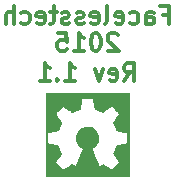
<source format=gbo>
G04 #@! TF.FileFunction,Legend,Bot*
%FSLAX46Y46*%
G04 Gerber Fmt 4.6, Leading zero omitted, Abs format (unit mm)*
G04 Created by KiCad (PCBNEW 4.0.0-2.201511301921+6191~38~ubuntu15.10.1-stable) date Tue 01 Dec 2015 16:42:38 GMT*
%MOMM*%
G01*
G04 APERTURE LIST*
%ADD10C,0.100000*%
%ADD11C,0.300000*%
%ADD12C,0.002540*%
G04 APERTURE END LIST*
D10*
D11*
X251900142Y-109898571D02*
X252400142Y-109184286D01*
X252757285Y-109898571D02*
X252757285Y-108398571D01*
X252185857Y-108398571D01*
X252042999Y-108470000D01*
X251971571Y-108541429D01*
X251900142Y-108684286D01*
X251900142Y-108898571D01*
X251971571Y-109041429D01*
X252042999Y-109112857D01*
X252185857Y-109184286D01*
X252757285Y-109184286D01*
X250685857Y-109827143D02*
X250828714Y-109898571D01*
X251114428Y-109898571D01*
X251257285Y-109827143D01*
X251328714Y-109684286D01*
X251328714Y-109112857D01*
X251257285Y-108970000D01*
X251114428Y-108898571D01*
X250828714Y-108898571D01*
X250685857Y-108970000D01*
X250614428Y-109112857D01*
X250614428Y-109255714D01*
X251328714Y-109398571D01*
X250114428Y-108898571D02*
X249757285Y-109898571D01*
X249400143Y-108898571D01*
X246900143Y-109898571D02*
X247757286Y-109898571D01*
X247328714Y-109898571D02*
X247328714Y-108398571D01*
X247471571Y-108612857D01*
X247614429Y-108755714D01*
X247757286Y-108827143D01*
X246257286Y-109755714D02*
X246185858Y-109827143D01*
X246257286Y-109898571D01*
X246328715Y-109827143D01*
X246257286Y-109755714D01*
X246257286Y-109898571D01*
X244757286Y-109898571D02*
X245614429Y-109898571D01*
X245185857Y-109898571D02*
X245185857Y-108398571D01*
X245328714Y-108612857D01*
X245471572Y-108755714D01*
X245614429Y-108827143D01*
X251364428Y-106001429D02*
X251292999Y-105930000D01*
X251150142Y-105858571D01*
X250792999Y-105858571D01*
X250650142Y-105930000D01*
X250578713Y-106001429D01*
X250507285Y-106144286D01*
X250507285Y-106287143D01*
X250578713Y-106501429D01*
X251435856Y-107358571D01*
X250507285Y-107358571D01*
X249578714Y-105858571D02*
X249435857Y-105858571D01*
X249293000Y-105930000D01*
X249221571Y-106001429D01*
X249150142Y-106144286D01*
X249078714Y-106430000D01*
X249078714Y-106787143D01*
X249150142Y-107072857D01*
X249221571Y-107215714D01*
X249293000Y-107287143D01*
X249435857Y-107358571D01*
X249578714Y-107358571D01*
X249721571Y-107287143D01*
X249793000Y-107215714D01*
X249864428Y-107072857D01*
X249935857Y-106787143D01*
X249935857Y-106430000D01*
X249864428Y-106144286D01*
X249793000Y-106001429D01*
X249721571Y-105930000D01*
X249578714Y-105858571D01*
X247650143Y-107358571D02*
X248507286Y-107358571D01*
X248078714Y-107358571D02*
X248078714Y-105858571D01*
X248221571Y-106072857D01*
X248364429Y-106215714D01*
X248507286Y-106287143D01*
X246293000Y-105858571D02*
X247007286Y-105858571D01*
X247078715Y-106572857D01*
X247007286Y-106501429D01*
X246864429Y-106430000D01*
X246507286Y-106430000D01*
X246364429Y-106501429D01*
X246293000Y-106572857D01*
X246221572Y-106715714D01*
X246221572Y-107072857D01*
X246293000Y-107215714D01*
X246364429Y-107287143D01*
X246507286Y-107358571D01*
X246864429Y-107358571D01*
X247007286Y-107287143D01*
X247078715Y-107215714D01*
X255185856Y-104286857D02*
X255685856Y-104286857D01*
X255685856Y-105072571D02*
X255685856Y-103572571D01*
X254971570Y-103572571D01*
X253757285Y-105072571D02*
X253757285Y-104286857D01*
X253828714Y-104144000D01*
X253971571Y-104072571D01*
X254257285Y-104072571D01*
X254400142Y-104144000D01*
X253757285Y-105001143D02*
X253900142Y-105072571D01*
X254257285Y-105072571D01*
X254400142Y-105001143D01*
X254471571Y-104858286D01*
X254471571Y-104715429D01*
X254400142Y-104572571D01*
X254257285Y-104501143D01*
X253900142Y-104501143D01*
X253757285Y-104429714D01*
X252400142Y-105001143D02*
X252542999Y-105072571D01*
X252828713Y-105072571D01*
X252971571Y-105001143D01*
X253042999Y-104929714D01*
X253114428Y-104786857D01*
X253114428Y-104358286D01*
X253042999Y-104215429D01*
X252971571Y-104144000D01*
X252828713Y-104072571D01*
X252542999Y-104072571D01*
X252400142Y-104144000D01*
X251185857Y-105001143D02*
X251328714Y-105072571D01*
X251614428Y-105072571D01*
X251757285Y-105001143D01*
X251828714Y-104858286D01*
X251828714Y-104286857D01*
X251757285Y-104144000D01*
X251614428Y-104072571D01*
X251328714Y-104072571D01*
X251185857Y-104144000D01*
X251114428Y-104286857D01*
X251114428Y-104429714D01*
X251828714Y-104572571D01*
X250257285Y-105072571D02*
X250400143Y-105001143D01*
X250471571Y-104858286D01*
X250471571Y-103572571D01*
X249114429Y-105001143D02*
X249257286Y-105072571D01*
X249543000Y-105072571D01*
X249685857Y-105001143D01*
X249757286Y-104858286D01*
X249757286Y-104286857D01*
X249685857Y-104144000D01*
X249543000Y-104072571D01*
X249257286Y-104072571D01*
X249114429Y-104144000D01*
X249043000Y-104286857D01*
X249043000Y-104429714D01*
X249757286Y-104572571D01*
X248471572Y-105001143D02*
X248328715Y-105072571D01*
X248043000Y-105072571D01*
X247900143Y-105001143D01*
X247828715Y-104858286D01*
X247828715Y-104786857D01*
X247900143Y-104644000D01*
X248043000Y-104572571D01*
X248257286Y-104572571D01*
X248400143Y-104501143D01*
X248471572Y-104358286D01*
X248471572Y-104286857D01*
X248400143Y-104144000D01*
X248257286Y-104072571D01*
X248043000Y-104072571D01*
X247900143Y-104144000D01*
X247257286Y-105001143D02*
X247114429Y-105072571D01*
X246828714Y-105072571D01*
X246685857Y-105001143D01*
X246614429Y-104858286D01*
X246614429Y-104786857D01*
X246685857Y-104644000D01*
X246828714Y-104572571D01*
X247043000Y-104572571D01*
X247185857Y-104501143D01*
X247257286Y-104358286D01*
X247257286Y-104286857D01*
X247185857Y-104144000D01*
X247043000Y-104072571D01*
X246828714Y-104072571D01*
X246685857Y-104144000D01*
X246185857Y-104072571D02*
X245614428Y-104072571D01*
X245971571Y-103572571D02*
X245971571Y-104858286D01*
X245900143Y-105001143D01*
X245757285Y-105072571D01*
X245614428Y-105072571D01*
X244543000Y-105001143D02*
X244685857Y-105072571D01*
X244971571Y-105072571D01*
X245114428Y-105001143D01*
X245185857Y-104858286D01*
X245185857Y-104286857D01*
X245114428Y-104144000D01*
X244971571Y-104072571D01*
X244685857Y-104072571D01*
X244543000Y-104144000D01*
X244471571Y-104286857D01*
X244471571Y-104429714D01*
X245185857Y-104572571D01*
X243185857Y-105001143D02*
X243328714Y-105072571D01*
X243614428Y-105072571D01*
X243757286Y-105001143D01*
X243828714Y-104929714D01*
X243900143Y-104786857D01*
X243900143Y-104358286D01*
X243828714Y-104215429D01*
X243757286Y-104144000D01*
X243614428Y-104072571D01*
X243328714Y-104072571D01*
X243185857Y-104144000D01*
X242543000Y-105072571D02*
X242543000Y-103572571D01*
X241900143Y-105072571D02*
X241900143Y-104286857D01*
X241971572Y-104144000D01*
X242114429Y-104072571D01*
X242328714Y-104072571D01*
X242471572Y-104144000D01*
X242543000Y-104215429D01*
D12*
G36*
X245292880Y-117927120D02*
X245402100Y-117927120D01*
X245402100Y-114858800D01*
X245402100Y-114721640D01*
X245402100Y-114576860D01*
X245402100Y-114465100D01*
X245404640Y-114381280D01*
X245407180Y-114322860D01*
X245412260Y-114284760D01*
X245417340Y-114261900D01*
X245424960Y-114254280D01*
X245450360Y-114249200D01*
X245503700Y-114236500D01*
X245582440Y-114221260D01*
X245681500Y-114200940D01*
X245793260Y-114180620D01*
X245866920Y-114167920D01*
X245983760Y-114145060D01*
X246090440Y-114124740D01*
X246179340Y-114106960D01*
X246245380Y-114091720D01*
X246283480Y-114084100D01*
X246293640Y-114079020D01*
X246303800Y-114058700D01*
X246326660Y-114010440D01*
X246357140Y-113941860D01*
X246392700Y-113860580D01*
X246430800Y-113771680D01*
X246468900Y-113680240D01*
X246504460Y-113593880D01*
X246534940Y-113520220D01*
X246555260Y-113464340D01*
X246567960Y-113431320D01*
X246567960Y-113428780D01*
X246557800Y-113403380D01*
X246532400Y-113355120D01*
X246491760Y-113294160D01*
X246453660Y-113235740D01*
X246341900Y-113078260D01*
X246253000Y-112946180D01*
X246184420Y-112842040D01*
X246133620Y-112763300D01*
X246100600Y-112707420D01*
X246085360Y-112674400D01*
X246082820Y-112669320D01*
X246095520Y-112649000D01*
X246128540Y-112608360D01*
X246179340Y-112552480D01*
X246245380Y-112483900D01*
X246316500Y-112407700D01*
X246395240Y-112328960D01*
X246473980Y-112250220D01*
X246547640Y-112176560D01*
X246613680Y-112113060D01*
X246667020Y-112062260D01*
X246705120Y-112031780D01*
X246720360Y-112021620D01*
X246740680Y-112031780D01*
X246786400Y-112059720D01*
X246852440Y-112100360D01*
X246933720Y-112156240D01*
X247030240Y-112219740D01*
X247106440Y-112273080D01*
X247210580Y-112341660D01*
X247302020Y-112405160D01*
X247380760Y-112455960D01*
X247441720Y-112494060D01*
X247482360Y-112516920D01*
X247495060Y-112524540D01*
X247520460Y-112516920D01*
X247573800Y-112499140D01*
X247644920Y-112471200D01*
X247728740Y-112435640D01*
X247820180Y-112400080D01*
X247909080Y-112359440D01*
X247990360Y-112323880D01*
X248058940Y-112290860D01*
X248107200Y-112268000D01*
X248130060Y-112252760D01*
X248130060Y-112252760D01*
X248137680Y-112227360D01*
X248150380Y-112174020D01*
X248165620Y-112095280D01*
X248185940Y-111996220D01*
X248206260Y-111884460D01*
X248218960Y-111823500D01*
X248239280Y-111706660D01*
X248262140Y-111597440D01*
X248279920Y-111506000D01*
X248295160Y-111434880D01*
X248305320Y-111389160D01*
X248307860Y-111379000D01*
X248315480Y-111366300D01*
X248323100Y-111358680D01*
X248340880Y-111351060D01*
X248368820Y-111345980D01*
X248412000Y-111343440D01*
X248475500Y-111340900D01*
X248564400Y-111340900D01*
X248681240Y-111338360D01*
X248772680Y-111338360D01*
X248902220Y-111340900D01*
X249016520Y-111340900D01*
X249110500Y-111345980D01*
X249181620Y-111348520D01*
X249222260Y-111353600D01*
X249232420Y-111356140D01*
X249237500Y-111376460D01*
X249250200Y-111429800D01*
X249265440Y-111506000D01*
X249285760Y-111605060D01*
X249306080Y-111716820D01*
X249323860Y-111810800D01*
X249346720Y-111930180D01*
X249369580Y-112041940D01*
X249389900Y-112135920D01*
X249407680Y-112207040D01*
X249420380Y-112252760D01*
X249428000Y-112265460D01*
X249453400Y-112283240D01*
X249504200Y-112306100D01*
X249575320Y-112336580D01*
X249659140Y-112372140D01*
X249750580Y-112407700D01*
X249839480Y-112443260D01*
X249923300Y-112476280D01*
X249994420Y-112499140D01*
X250045220Y-112514380D01*
X250068080Y-112519460D01*
X250088400Y-112506760D01*
X250136660Y-112476280D01*
X250202700Y-112433100D01*
X250286520Y-112377220D01*
X250383040Y-112313720D01*
X250449080Y-112265460D01*
X250550680Y-112196880D01*
X250639580Y-112135920D01*
X250718320Y-112085120D01*
X250779280Y-112047020D01*
X250814840Y-112026700D01*
X250825000Y-112021620D01*
X250845320Y-112034320D01*
X250885960Y-112067340D01*
X250941840Y-112120680D01*
X251012960Y-112189260D01*
X251096780Y-112270540D01*
X251160280Y-112334040D01*
X251264420Y-112438180D01*
X251345700Y-112522000D01*
X251404120Y-112585500D01*
X251439680Y-112631220D01*
X251460000Y-112661700D01*
X251462540Y-112679480D01*
X251449840Y-112702340D01*
X251421900Y-112750600D01*
X251376180Y-112821720D01*
X251320300Y-112905540D01*
X251256800Y-112999520D01*
X251218700Y-113055400D01*
X251152660Y-113154460D01*
X251091700Y-113245900D01*
X251040900Y-113324640D01*
X251005340Y-113383060D01*
X250985020Y-113421160D01*
X250982480Y-113431320D01*
X250990100Y-113456720D01*
X251007880Y-113507520D01*
X251035820Y-113578640D01*
X251071380Y-113662460D01*
X251106940Y-113753900D01*
X251145040Y-113845340D01*
X251183140Y-113926620D01*
X251213620Y-113997740D01*
X251239020Y-114048540D01*
X251251720Y-114073940D01*
X251251720Y-114073940D01*
X251274580Y-114081560D01*
X251325380Y-114094260D01*
X251401580Y-114112040D01*
X251498100Y-114132360D01*
X251609860Y-114152680D01*
X251683520Y-114167920D01*
X251802900Y-114190780D01*
X251909580Y-114211100D01*
X252001020Y-114228880D01*
X252072140Y-114241580D01*
X252115320Y-114251740D01*
X252125480Y-114254280D01*
X252133100Y-114274600D01*
X252140720Y-114325400D01*
X252143260Y-114399060D01*
X252148340Y-114490500D01*
X252150880Y-114597180D01*
X252150880Y-114706400D01*
X252150880Y-114818160D01*
X252150880Y-114924840D01*
X252145800Y-115018820D01*
X252140720Y-115097560D01*
X252135640Y-115150900D01*
X252128020Y-115176300D01*
X252128020Y-115176300D01*
X252102620Y-115183920D01*
X252049280Y-115196620D01*
X251973080Y-115214400D01*
X251874020Y-115234720D01*
X251762260Y-115255040D01*
X251701300Y-115267740D01*
X251587000Y-115288060D01*
X251480320Y-115310920D01*
X251391420Y-115331240D01*
X251325380Y-115346480D01*
X251284740Y-115359180D01*
X251277120Y-115364260D01*
X251264420Y-115387120D01*
X251241560Y-115437920D01*
X251211080Y-115509040D01*
X251172980Y-115592860D01*
X251137420Y-115686840D01*
X251099320Y-115780820D01*
X251063760Y-115869720D01*
X251033280Y-115945920D01*
X251012960Y-116006880D01*
X251002800Y-116042440D01*
X251000260Y-116047520D01*
X251010420Y-116067840D01*
X251038360Y-116113560D01*
X251081540Y-116179600D01*
X251134880Y-116260880D01*
X251198380Y-116354860D01*
X251233940Y-116405660D01*
X251302520Y-116504720D01*
X251360940Y-116593620D01*
X251409200Y-116672360D01*
X251444760Y-116730780D01*
X251465080Y-116766340D01*
X251467620Y-116776500D01*
X251454920Y-116794280D01*
X251421900Y-116834920D01*
X251371100Y-116890800D01*
X251307600Y-116959380D01*
X251233940Y-117035580D01*
X251157740Y-117114320D01*
X251079000Y-117193060D01*
X251005340Y-117266720D01*
X250939300Y-117330220D01*
X250885960Y-117381020D01*
X250850400Y-117414040D01*
X250832620Y-117424200D01*
X250814840Y-117414040D01*
X250771660Y-117388640D01*
X250708160Y-117345460D01*
X250626880Y-117292120D01*
X250535440Y-117228620D01*
X250479560Y-117190520D01*
X250380500Y-117124480D01*
X250291600Y-117066060D01*
X250215400Y-117015260D01*
X250156980Y-116979700D01*
X250121420Y-116959380D01*
X250113800Y-116956840D01*
X250088400Y-116964460D01*
X250040140Y-116987320D01*
X249976640Y-117017800D01*
X249933460Y-117040660D01*
X249857260Y-117078760D01*
X249806460Y-117101620D01*
X249768360Y-117101620D01*
X249740420Y-117078760D01*
X249715020Y-117030500D01*
X249682000Y-116949220D01*
X249676920Y-116939060D01*
X249656600Y-116890800D01*
X249626120Y-116812060D01*
X249585480Y-116713000D01*
X249537220Y-116593620D01*
X249481340Y-116464080D01*
X249425460Y-116324380D01*
X249387360Y-116235480D01*
X249331480Y-116100860D01*
X249280680Y-115973860D01*
X249237500Y-115864640D01*
X249199400Y-115770660D01*
X249171460Y-115699540D01*
X249156220Y-115653820D01*
X249151140Y-115641120D01*
X249166380Y-115618260D01*
X249201940Y-115582700D01*
X249255280Y-115539520D01*
X249278140Y-115521740D01*
X249428000Y-115397280D01*
X249542300Y-115265200D01*
X249626120Y-115125500D01*
X249679460Y-114973100D01*
X249704860Y-114802920D01*
X249707400Y-114711480D01*
X249692160Y-114528600D01*
X249643900Y-114360960D01*
X249560080Y-114206020D01*
X249445780Y-114066320D01*
X249402600Y-114025680D01*
X249257820Y-113919000D01*
X249100340Y-113842800D01*
X248935240Y-113797080D01*
X248767600Y-113784380D01*
X248597420Y-113799620D01*
X248434860Y-113847880D01*
X248279920Y-113924080D01*
X248140220Y-114033300D01*
X248091960Y-114079020D01*
X247977660Y-114223800D01*
X247898920Y-114376200D01*
X247850660Y-114541300D01*
X247835420Y-114721640D01*
X247835420Y-114724180D01*
X247853200Y-114904520D01*
X247901460Y-115074700D01*
X247982740Y-115229640D01*
X248099580Y-115371880D01*
X248246900Y-115503960D01*
X248287540Y-115534440D01*
X248340880Y-115575080D01*
X248378980Y-115610640D01*
X248396760Y-115636040D01*
X248399300Y-115638580D01*
X248391680Y-115663980D01*
X248373900Y-115714780D01*
X248345960Y-115783360D01*
X248312940Y-115864640D01*
X248310400Y-115874800D01*
X248279920Y-115948460D01*
X248236740Y-116047520D01*
X248188480Y-116166900D01*
X248132600Y-116298980D01*
X248074180Y-116438680D01*
X248018300Y-116578380D01*
X248013220Y-116588540D01*
X247959880Y-116715540D01*
X247911620Y-116829840D01*
X247868440Y-116931440D01*
X247832880Y-117012720D01*
X247807480Y-117071140D01*
X247792240Y-117104160D01*
X247789700Y-117106700D01*
X247766840Y-117106700D01*
X247721120Y-117088920D01*
X247655080Y-117060980D01*
X247614440Y-117040660D01*
X247543320Y-117005100D01*
X247484900Y-116977160D01*
X247444260Y-116959380D01*
X247431560Y-116956840D01*
X247411240Y-116967000D01*
X247365520Y-116994940D01*
X247299480Y-117035580D01*
X247218200Y-117088920D01*
X247126760Y-117152420D01*
X247098820Y-117170200D01*
X247004840Y-117236240D01*
X246915940Y-117294660D01*
X246842280Y-117345460D01*
X246786400Y-117381020D01*
X246753380Y-117403880D01*
X246748300Y-117406420D01*
X246733060Y-117411500D01*
X246717820Y-117408960D01*
X246697500Y-117398800D01*
X246667020Y-117378480D01*
X246626380Y-117340380D01*
X246567960Y-117287040D01*
X246494300Y-117213380D01*
X246395240Y-117116860D01*
X246395240Y-117116860D01*
X246303800Y-117022880D01*
X246222520Y-116939060D01*
X246159020Y-116870480D01*
X246110760Y-116814600D01*
X246087900Y-116781580D01*
X246082820Y-116773960D01*
X246092980Y-116748560D01*
X246120920Y-116700300D01*
X246161560Y-116631720D01*
X246217440Y-116547900D01*
X246280940Y-116453920D01*
X246316500Y-116400580D01*
X246382540Y-116304060D01*
X246440960Y-116215160D01*
X246491760Y-116141500D01*
X246527320Y-116085620D01*
X246547640Y-116052600D01*
X246550180Y-116047520D01*
X246542560Y-116024660D01*
X246524780Y-115973860D01*
X246496840Y-115905280D01*
X246466360Y-115821460D01*
X246428260Y-115730020D01*
X246390160Y-115638580D01*
X246354600Y-115549680D01*
X246321580Y-115470940D01*
X246296180Y-115412520D01*
X246278400Y-115376960D01*
X246275860Y-115371880D01*
X246260620Y-115359180D01*
X246227600Y-115349020D01*
X246176800Y-115333780D01*
X246103140Y-115316000D01*
X246006620Y-115295680D01*
X245879620Y-115272820D01*
X245722140Y-115242340D01*
X245625620Y-115224560D01*
X245549420Y-115211860D01*
X245485920Y-115199160D01*
X245442740Y-115189000D01*
X245432580Y-115186460D01*
X245422420Y-115181380D01*
X245414800Y-115171220D01*
X245409720Y-115145820D01*
X245407180Y-115107720D01*
X245404640Y-115049300D01*
X245402100Y-114968020D01*
X245402100Y-114858800D01*
X245402100Y-117927120D01*
X248793000Y-117927120D01*
X252293120Y-117927120D01*
X252293120Y-114427000D01*
X252293120Y-110926880D01*
X248793000Y-110926880D01*
X245292880Y-110926880D01*
X245292880Y-114427000D01*
X245292880Y-117927120D01*
X245292880Y-117927120D01*
X245292880Y-117927120D01*
G37*
X245292880Y-117927120D02*
X245402100Y-117927120D01*
X245402100Y-114858800D01*
X245402100Y-114721640D01*
X245402100Y-114576860D01*
X245402100Y-114465100D01*
X245404640Y-114381280D01*
X245407180Y-114322860D01*
X245412260Y-114284760D01*
X245417340Y-114261900D01*
X245424960Y-114254280D01*
X245450360Y-114249200D01*
X245503700Y-114236500D01*
X245582440Y-114221260D01*
X245681500Y-114200940D01*
X245793260Y-114180620D01*
X245866920Y-114167920D01*
X245983760Y-114145060D01*
X246090440Y-114124740D01*
X246179340Y-114106960D01*
X246245380Y-114091720D01*
X246283480Y-114084100D01*
X246293640Y-114079020D01*
X246303800Y-114058700D01*
X246326660Y-114010440D01*
X246357140Y-113941860D01*
X246392700Y-113860580D01*
X246430800Y-113771680D01*
X246468900Y-113680240D01*
X246504460Y-113593880D01*
X246534940Y-113520220D01*
X246555260Y-113464340D01*
X246567960Y-113431320D01*
X246567960Y-113428780D01*
X246557800Y-113403380D01*
X246532400Y-113355120D01*
X246491760Y-113294160D01*
X246453660Y-113235740D01*
X246341900Y-113078260D01*
X246253000Y-112946180D01*
X246184420Y-112842040D01*
X246133620Y-112763300D01*
X246100600Y-112707420D01*
X246085360Y-112674400D01*
X246082820Y-112669320D01*
X246095520Y-112649000D01*
X246128540Y-112608360D01*
X246179340Y-112552480D01*
X246245380Y-112483900D01*
X246316500Y-112407700D01*
X246395240Y-112328960D01*
X246473980Y-112250220D01*
X246547640Y-112176560D01*
X246613680Y-112113060D01*
X246667020Y-112062260D01*
X246705120Y-112031780D01*
X246720360Y-112021620D01*
X246740680Y-112031780D01*
X246786400Y-112059720D01*
X246852440Y-112100360D01*
X246933720Y-112156240D01*
X247030240Y-112219740D01*
X247106440Y-112273080D01*
X247210580Y-112341660D01*
X247302020Y-112405160D01*
X247380760Y-112455960D01*
X247441720Y-112494060D01*
X247482360Y-112516920D01*
X247495060Y-112524540D01*
X247520460Y-112516920D01*
X247573800Y-112499140D01*
X247644920Y-112471200D01*
X247728740Y-112435640D01*
X247820180Y-112400080D01*
X247909080Y-112359440D01*
X247990360Y-112323880D01*
X248058940Y-112290860D01*
X248107200Y-112268000D01*
X248130060Y-112252760D01*
X248130060Y-112252760D01*
X248137680Y-112227360D01*
X248150380Y-112174020D01*
X248165620Y-112095280D01*
X248185940Y-111996220D01*
X248206260Y-111884460D01*
X248218960Y-111823500D01*
X248239280Y-111706660D01*
X248262140Y-111597440D01*
X248279920Y-111506000D01*
X248295160Y-111434880D01*
X248305320Y-111389160D01*
X248307860Y-111379000D01*
X248315480Y-111366300D01*
X248323100Y-111358680D01*
X248340880Y-111351060D01*
X248368820Y-111345980D01*
X248412000Y-111343440D01*
X248475500Y-111340900D01*
X248564400Y-111340900D01*
X248681240Y-111338360D01*
X248772680Y-111338360D01*
X248902220Y-111340900D01*
X249016520Y-111340900D01*
X249110500Y-111345980D01*
X249181620Y-111348520D01*
X249222260Y-111353600D01*
X249232420Y-111356140D01*
X249237500Y-111376460D01*
X249250200Y-111429800D01*
X249265440Y-111506000D01*
X249285760Y-111605060D01*
X249306080Y-111716820D01*
X249323860Y-111810800D01*
X249346720Y-111930180D01*
X249369580Y-112041940D01*
X249389900Y-112135920D01*
X249407680Y-112207040D01*
X249420380Y-112252760D01*
X249428000Y-112265460D01*
X249453400Y-112283240D01*
X249504200Y-112306100D01*
X249575320Y-112336580D01*
X249659140Y-112372140D01*
X249750580Y-112407700D01*
X249839480Y-112443260D01*
X249923300Y-112476280D01*
X249994420Y-112499140D01*
X250045220Y-112514380D01*
X250068080Y-112519460D01*
X250088400Y-112506760D01*
X250136660Y-112476280D01*
X250202700Y-112433100D01*
X250286520Y-112377220D01*
X250383040Y-112313720D01*
X250449080Y-112265460D01*
X250550680Y-112196880D01*
X250639580Y-112135920D01*
X250718320Y-112085120D01*
X250779280Y-112047020D01*
X250814840Y-112026700D01*
X250825000Y-112021620D01*
X250845320Y-112034320D01*
X250885960Y-112067340D01*
X250941840Y-112120680D01*
X251012960Y-112189260D01*
X251096780Y-112270540D01*
X251160280Y-112334040D01*
X251264420Y-112438180D01*
X251345700Y-112522000D01*
X251404120Y-112585500D01*
X251439680Y-112631220D01*
X251460000Y-112661700D01*
X251462540Y-112679480D01*
X251449840Y-112702340D01*
X251421900Y-112750600D01*
X251376180Y-112821720D01*
X251320300Y-112905540D01*
X251256800Y-112999520D01*
X251218700Y-113055400D01*
X251152660Y-113154460D01*
X251091700Y-113245900D01*
X251040900Y-113324640D01*
X251005340Y-113383060D01*
X250985020Y-113421160D01*
X250982480Y-113431320D01*
X250990100Y-113456720D01*
X251007880Y-113507520D01*
X251035820Y-113578640D01*
X251071380Y-113662460D01*
X251106940Y-113753900D01*
X251145040Y-113845340D01*
X251183140Y-113926620D01*
X251213620Y-113997740D01*
X251239020Y-114048540D01*
X251251720Y-114073940D01*
X251251720Y-114073940D01*
X251274580Y-114081560D01*
X251325380Y-114094260D01*
X251401580Y-114112040D01*
X251498100Y-114132360D01*
X251609860Y-114152680D01*
X251683520Y-114167920D01*
X251802900Y-114190780D01*
X251909580Y-114211100D01*
X252001020Y-114228880D01*
X252072140Y-114241580D01*
X252115320Y-114251740D01*
X252125480Y-114254280D01*
X252133100Y-114274600D01*
X252140720Y-114325400D01*
X252143260Y-114399060D01*
X252148340Y-114490500D01*
X252150880Y-114597180D01*
X252150880Y-114706400D01*
X252150880Y-114818160D01*
X252150880Y-114924840D01*
X252145800Y-115018820D01*
X252140720Y-115097560D01*
X252135640Y-115150900D01*
X252128020Y-115176300D01*
X252128020Y-115176300D01*
X252102620Y-115183920D01*
X252049280Y-115196620D01*
X251973080Y-115214400D01*
X251874020Y-115234720D01*
X251762260Y-115255040D01*
X251701300Y-115267740D01*
X251587000Y-115288060D01*
X251480320Y-115310920D01*
X251391420Y-115331240D01*
X251325380Y-115346480D01*
X251284740Y-115359180D01*
X251277120Y-115364260D01*
X251264420Y-115387120D01*
X251241560Y-115437920D01*
X251211080Y-115509040D01*
X251172980Y-115592860D01*
X251137420Y-115686840D01*
X251099320Y-115780820D01*
X251063760Y-115869720D01*
X251033280Y-115945920D01*
X251012960Y-116006880D01*
X251002800Y-116042440D01*
X251000260Y-116047520D01*
X251010420Y-116067840D01*
X251038360Y-116113560D01*
X251081540Y-116179600D01*
X251134880Y-116260880D01*
X251198380Y-116354860D01*
X251233940Y-116405660D01*
X251302520Y-116504720D01*
X251360940Y-116593620D01*
X251409200Y-116672360D01*
X251444760Y-116730780D01*
X251465080Y-116766340D01*
X251467620Y-116776500D01*
X251454920Y-116794280D01*
X251421900Y-116834920D01*
X251371100Y-116890800D01*
X251307600Y-116959380D01*
X251233940Y-117035580D01*
X251157740Y-117114320D01*
X251079000Y-117193060D01*
X251005340Y-117266720D01*
X250939300Y-117330220D01*
X250885960Y-117381020D01*
X250850400Y-117414040D01*
X250832620Y-117424200D01*
X250814840Y-117414040D01*
X250771660Y-117388640D01*
X250708160Y-117345460D01*
X250626880Y-117292120D01*
X250535440Y-117228620D01*
X250479560Y-117190520D01*
X250380500Y-117124480D01*
X250291600Y-117066060D01*
X250215400Y-117015260D01*
X250156980Y-116979700D01*
X250121420Y-116959380D01*
X250113800Y-116956840D01*
X250088400Y-116964460D01*
X250040140Y-116987320D01*
X249976640Y-117017800D01*
X249933460Y-117040660D01*
X249857260Y-117078760D01*
X249806460Y-117101620D01*
X249768360Y-117101620D01*
X249740420Y-117078760D01*
X249715020Y-117030500D01*
X249682000Y-116949220D01*
X249676920Y-116939060D01*
X249656600Y-116890800D01*
X249626120Y-116812060D01*
X249585480Y-116713000D01*
X249537220Y-116593620D01*
X249481340Y-116464080D01*
X249425460Y-116324380D01*
X249387360Y-116235480D01*
X249331480Y-116100860D01*
X249280680Y-115973860D01*
X249237500Y-115864640D01*
X249199400Y-115770660D01*
X249171460Y-115699540D01*
X249156220Y-115653820D01*
X249151140Y-115641120D01*
X249166380Y-115618260D01*
X249201940Y-115582700D01*
X249255280Y-115539520D01*
X249278140Y-115521740D01*
X249428000Y-115397280D01*
X249542300Y-115265200D01*
X249626120Y-115125500D01*
X249679460Y-114973100D01*
X249704860Y-114802920D01*
X249707400Y-114711480D01*
X249692160Y-114528600D01*
X249643900Y-114360960D01*
X249560080Y-114206020D01*
X249445780Y-114066320D01*
X249402600Y-114025680D01*
X249257820Y-113919000D01*
X249100340Y-113842800D01*
X248935240Y-113797080D01*
X248767600Y-113784380D01*
X248597420Y-113799620D01*
X248434860Y-113847880D01*
X248279920Y-113924080D01*
X248140220Y-114033300D01*
X248091960Y-114079020D01*
X247977660Y-114223800D01*
X247898920Y-114376200D01*
X247850660Y-114541300D01*
X247835420Y-114721640D01*
X247835420Y-114724180D01*
X247853200Y-114904520D01*
X247901460Y-115074700D01*
X247982740Y-115229640D01*
X248099580Y-115371880D01*
X248246900Y-115503960D01*
X248287540Y-115534440D01*
X248340880Y-115575080D01*
X248378980Y-115610640D01*
X248396760Y-115636040D01*
X248399300Y-115638580D01*
X248391680Y-115663980D01*
X248373900Y-115714780D01*
X248345960Y-115783360D01*
X248312940Y-115864640D01*
X248310400Y-115874800D01*
X248279920Y-115948460D01*
X248236740Y-116047520D01*
X248188480Y-116166900D01*
X248132600Y-116298980D01*
X248074180Y-116438680D01*
X248018300Y-116578380D01*
X248013220Y-116588540D01*
X247959880Y-116715540D01*
X247911620Y-116829840D01*
X247868440Y-116931440D01*
X247832880Y-117012720D01*
X247807480Y-117071140D01*
X247792240Y-117104160D01*
X247789700Y-117106700D01*
X247766840Y-117106700D01*
X247721120Y-117088920D01*
X247655080Y-117060980D01*
X247614440Y-117040660D01*
X247543320Y-117005100D01*
X247484900Y-116977160D01*
X247444260Y-116959380D01*
X247431560Y-116956840D01*
X247411240Y-116967000D01*
X247365520Y-116994940D01*
X247299480Y-117035580D01*
X247218200Y-117088920D01*
X247126760Y-117152420D01*
X247098820Y-117170200D01*
X247004840Y-117236240D01*
X246915940Y-117294660D01*
X246842280Y-117345460D01*
X246786400Y-117381020D01*
X246753380Y-117403880D01*
X246748300Y-117406420D01*
X246733060Y-117411500D01*
X246717820Y-117408960D01*
X246697500Y-117398800D01*
X246667020Y-117378480D01*
X246626380Y-117340380D01*
X246567960Y-117287040D01*
X246494300Y-117213380D01*
X246395240Y-117116860D01*
X246395240Y-117116860D01*
X246303800Y-117022880D01*
X246222520Y-116939060D01*
X246159020Y-116870480D01*
X246110760Y-116814600D01*
X246087900Y-116781580D01*
X246082820Y-116773960D01*
X246092980Y-116748560D01*
X246120920Y-116700300D01*
X246161560Y-116631720D01*
X246217440Y-116547900D01*
X246280940Y-116453920D01*
X246316500Y-116400580D01*
X246382540Y-116304060D01*
X246440960Y-116215160D01*
X246491760Y-116141500D01*
X246527320Y-116085620D01*
X246547640Y-116052600D01*
X246550180Y-116047520D01*
X246542560Y-116024660D01*
X246524780Y-115973860D01*
X246496840Y-115905280D01*
X246466360Y-115821460D01*
X246428260Y-115730020D01*
X246390160Y-115638580D01*
X246354600Y-115549680D01*
X246321580Y-115470940D01*
X246296180Y-115412520D01*
X246278400Y-115376960D01*
X246275860Y-115371880D01*
X246260620Y-115359180D01*
X246227600Y-115349020D01*
X246176800Y-115333780D01*
X246103140Y-115316000D01*
X246006620Y-115295680D01*
X245879620Y-115272820D01*
X245722140Y-115242340D01*
X245625620Y-115224560D01*
X245549420Y-115211860D01*
X245485920Y-115199160D01*
X245442740Y-115189000D01*
X245432580Y-115186460D01*
X245422420Y-115181380D01*
X245414800Y-115171220D01*
X245409720Y-115145820D01*
X245407180Y-115107720D01*
X245404640Y-115049300D01*
X245402100Y-114968020D01*
X245402100Y-114858800D01*
X245402100Y-117927120D01*
X248793000Y-117927120D01*
X252293120Y-117927120D01*
X252293120Y-114427000D01*
X252293120Y-110926880D01*
X248793000Y-110926880D01*
X245292880Y-110926880D01*
X245292880Y-114427000D01*
X245292880Y-117927120D01*
X245292880Y-117927120D01*
M02*

</source>
